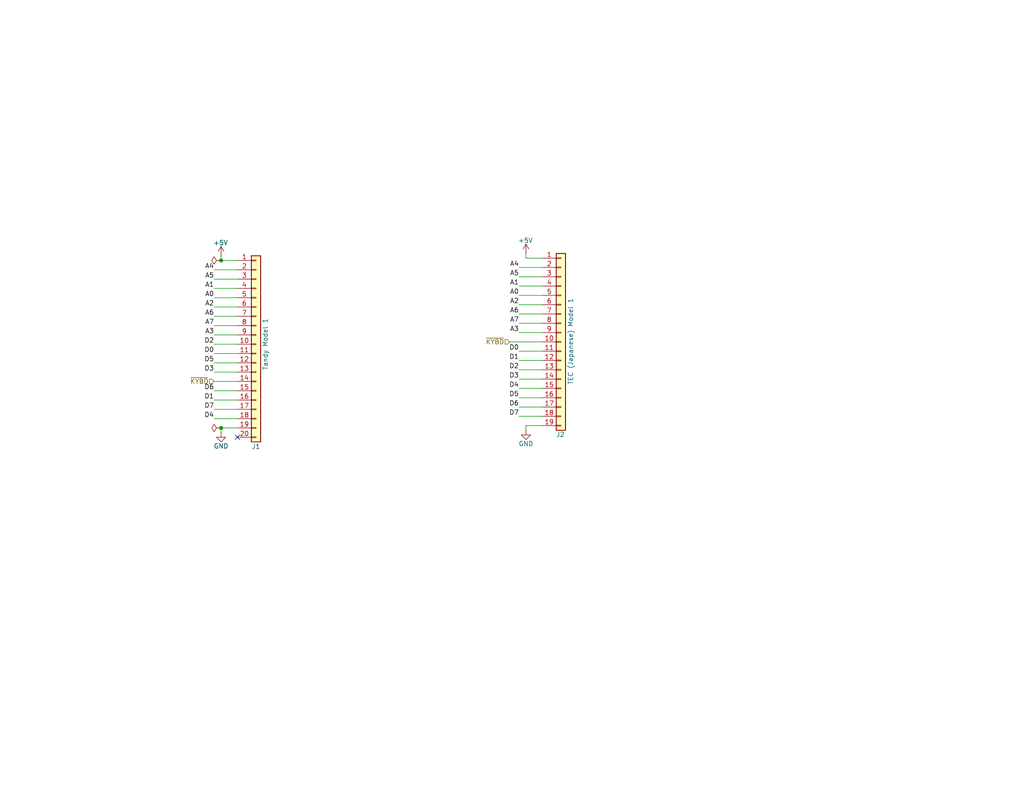
<source format=kicad_sch>
(kicad_sch (version 20250114) (generator "eeschema") (generator_version "9.0")
  (paper "USLetter")
  (title_block (title "TRS-80 Model I Keyboard Adapter") (date "2025-06-28") (rev "Rev 1.0") (company "RetroStack - Marcel Erz") (comment 2 "Mapping both keyboards") (comment 4 "Keyboard Adapter"))
  (lib_symbols
    (symbol "+5V_1" (power) (pin_numbers (hide yes)) (pin_names (offset 0) (hide yes))
      (property "Value" "+5V" (at 0 3.556 0))
      (symbol "+5V_1_0_1"
        (polyline (pts (xy -0.762 1.27) (xy 0 2.54)))
        (polyline (pts (xy 0 2.54) (xy 0.762 1.27)))
        (polyline (pts (xy 0 0) (xy 0 2.54)))
      )
      (symbol "+5V_1_1_1"
        (pin power_in line (at 0 0 90) (length 0) (name "~") (number "1"))
      )
    )
    (symbol "Connector_Generic:Conn_01x19" (pin_names (offset 1.016) (hide yes))
      (property "Reference" "J" (at 0 25.4 0))
      (property "Value" "Conn_01x19" (at 0 -25.4 0))
      (symbol "Conn_01x19_1_1"
        (rectangle (start -1.27 24.13) (end 1.27 -24.13) (stroke (width 0.254)) (fill (type background)))
        (rectangle (start -1.27 22.987) (end 0 22.733) (stroke (width 0.1524)))
        (rectangle (start -1.27 20.447) (end 0 20.193) (stroke (width 0.1524)))
        (rectangle (start -1.27 17.907) (end 0 17.653) (stroke (width 0.1524)))
        (rectangle (start -1.27 15.367) (end 0 15.113) (stroke (width 0.1524)))
        (rectangle (start -1.27 12.827) (end 0 12.573) (stroke (width 0.1524)))
        (rectangle (start -1.27 10.287) (end 0 10.033) (stroke (width 0.1524)))
        (rectangle (start -1.27 7.747) (end 0 7.493) (stroke (width 0.1524)))
        (rectangle (start -1.27 5.207) (end 0 4.953) (stroke (width 0.1524)))
        (rectangle (start -1.27 2.667) (end 0 2.413) (stroke (width 0.1524)))
        (rectangle (start -1.27 0.127) (end 0 -0.127) (stroke (width 0.1524)))
        (rectangle (start -1.27 -2.413) (end 0 -2.667) (stroke (width 0.1524)))
        (rectangle (start -1.27 -4.953) (end 0 -5.207) (stroke (width 0.1524)))
        (rectangle (start -1.27 -7.493) (end 0 -7.747) (stroke (width 0.1524)))
        (rectangle (start -1.27 -10.033) (end 0 -10.287) (stroke (width 0.1524)))
        (rectangle (start -1.27 -12.573) (end 0 -12.827) (stroke (width 0.1524)))
        (rectangle (start -1.27 -15.113) (end 0 -15.367) (stroke (width 0.1524)))
        (rectangle (start -1.27 -17.653) (end 0 -17.907) (stroke (width 0.1524)))
        (rectangle (start -1.27 -20.193) (end 0 -20.447) (stroke (width 0.1524)))
        (rectangle (start -1.27 -22.733) (end 0 -22.987) (stroke (width 0.1524)))
        (pin passive line (at -5.08 22.86 0) (length 3.81) (name "Pin_1") (number "1"))
        (pin passive line (at -5.08 20.32 0) (length 3.81) (name "Pin_2") (number "2"))
        (pin passive line (at -5.08 17.78 0) (length 3.81) (name "Pin_3") (number "3"))
        (pin passive line (at -5.08 15.24 0) (length 3.81) (name "Pin_4") (number "4"))
        (pin passive line (at -5.08 12.7 0) (length 3.81) (name "Pin_5") (number "5"))
        (pin passive line (at -5.08 10.16 0) (length 3.81) (name "Pin_6") (number "6"))
        (pin passive line (at -5.08 7.62 0) (length 3.81) (name "Pin_7") (number "7"))
        (pin passive line (at -5.08 5.08 0) (length 3.81) (name "Pin_8") (number "8"))
        (pin passive line (at -5.08 2.54 0) (length 3.81) (name "Pin_9") (number "9"))
        (pin passive line (at -5.08 0 0) (length 3.81) (name "Pin_10") (number "10"))
        (pin passive line (at -5.08 -2.54 0) (length 3.81) (name "Pin_11") (number "11"))
        (pin passive line (at -5.08 -5.08 0) (length 3.81) (name "Pin_12") (number "12"))
        (pin passive line (at -5.08 -7.62 0) (length 3.81) (name "Pin_13") (number "13"))
        (pin passive line (at -5.08 -10.16 0) (length 3.81) (name "Pin_14") (number "14"))
        (pin passive line (at -5.08 -12.7 0) (length 3.81) (name "Pin_15") (number "15"))
        (pin passive line (at -5.08 -15.24 0) (length 3.81) (name "Pin_16") (number "16"))
        (pin passive line (at -5.08 -17.78 0) (length 3.81) (name "Pin_17") (number "17"))
        (pin passive line (at -5.08 -20.32 0) (length 3.81) (name "Pin_18") (number "18"))
        (pin passive line (at -5.08 -22.86 0) (length 3.81) (name "Pin_19") (number "19"))
      )
    )
    (symbol "Connector_Generic:Conn_01x20" (pin_names (offset 1.016) (hide yes))
      (property "Reference" "J" (at 0 25.4 0))
      (property "Value" "Conn_01x20" (at 0 -27.94 0))
      (symbol "Conn_01x20_1_1"
        (rectangle (start -1.27 24.13) (end 1.27 -26.67) (stroke (width 0.254)) (fill (type background)))
        (rectangle (start -1.27 22.987) (end 0 22.733) (stroke (width 0.1524)))
        (rectangle (start -1.27 20.447) (end 0 20.193) (stroke (width 0.1524)))
        (rectangle (start -1.27 17.907) (end 0 17.653) (stroke (width 0.1524)))
        (rectangle (start -1.27 15.367) (end 0 15.113) (stroke (width 0.1524)))
        (rectangle (start -1.27 12.827) (end 0 12.573) (stroke (width 0.1524)))
        (rectangle (start -1.27 10.287) (end 0 10.033) (stroke (width 0.1524)))
        (rectangle (start -1.27 7.747) (end 0 7.493) (stroke (width 0.1524)))
        (rectangle (start -1.27 5.207) (end 0 4.953) (stroke (width 0.1524)))
        (rectangle (start -1.27 2.667) (end 0 2.413) (stroke (width 0.1524)))
        (rectangle (start -1.27 0.127) (end 0 -0.127) (stroke (width 0.1524)))
        (rectangle (start -1.27 -2.413) (end 0 -2.667) (stroke (width 0.1524)))
        (rectangle (start -1.27 -4.953) (end 0 -5.207) (stroke (width 0.1524)))
        (rectangle (start -1.27 -7.493) (end 0 -7.747) (stroke (width 0.1524)))
        (rectangle (start -1.27 -10.033) (end 0 -10.287) (stroke (width 0.1524)))
        (rectangle (start -1.27 -12.573) (end 0 -12.827) (stroke (width 0.1524)))
        (rectangle (start -1.27 -15.113) (end 0 -15.367) (stroke (width 0.1524)))
        (rectangle (start -1.27 -17.653) (end 0 -17.907) (stroke (width 0.1524)))
        (rectangle (start -1.27 -20.193) (end 0 -20.447) (stroke (width 0.1524)))
        (rectangle (start -1.27 -22.733) (end 0 -22.987) (stroke (width 0.1524)))
        (rectangle (start -1.27 -25.273) (end 0 -25.527) (stroke (width 0.1524)))
        (pin passive line (at -5.08 22.86 0) (length 3.81) (name "Pin_1") (number "1"))
        (pin passive line (at -5.08 20.32 0) (length 3.81) (name "Pin_2") (number "2"))
        (pin passive line (at -5.08 17.78 0) (length 3.81) (name "Pin_3") (number "3"))
        (pin passive line (at -5.08 15.24 0) (length 3.81) (name "Pin_4") (number "4"))
        (pin passive line (at -5.08 12.7 0) (length 3.81) (name "Pin_5") (number "5"))
        (pin passive line (at -5.08 10.16 0) (length 3.81) (name "Pin_6") (number "6"))
        (pin passive line (at -5.08 7.62 0) (length 3.81) (name "Pin_7") (number "7"))
        (pin passive line (at -5.08 5.08 0) (length 3.81) (name "Pin_8") (number "8"))
        (pin passive line (at -5.08 2.54 0) (length 3.81) (name "Pin_9") (number "9"))
        (pin passive line (at -5.08 0 0) (length 3.81) (name "Pin_10") (number "10"))
        (pin passive line (at -5.08 -2.54 0) (length 3.81) (name "Pin_11") (number "11"))
        (pin passive line (at -5.08 -5.08 0) (length 3.81) (name "Pin_12") (number "12"))
        (pin passive line (at -5.08 -7.62 0) (length 3.81) (name "Pin_13") (number "13"))
        (pin passive line (at -5.08 -10.16 0) (length 3.81) (name "Pin_14") (number "14"))
        (pin passive line (at -5.08 -12.7 0) (length 3.81) (name "Pin_15") (number "15"))
        (pin passive line (at -5.08 -15.24 0) (length 3.81) (name "Pin_16") (number "16"))
        (pin passive line (at -5.08 -17.78 0) (length 3.81) (name "Pin_17") (number "17"))
        (pin passive line (at -5.08 -20.32 0) (length 3.81) (name "Pin_18") (number "18"))
        (pin passive line (at -5.08 -22.86 0) (length 3.81) (name "Pin_19") (number "19"))
        (pin passive line (at -5.08 -25.4 0) (length 3.81) (name "Pin_20") (number "20"))
      )
    )
    (symbol "GND_1" (power) (pin_numbers (hide yes)) (pin_names (offset 0) (hide yes))
      (property "Value" "GND" (at 0 -3.81 0))
      (symbol "GND_1_0_1"
        (polyline (pts (xy 0 0) (xy 0 -1.27) (xy 1.27 -1.27) (xy 0 -2.54) (xy -1.27 -1.27) (xy 0 -1.27)))
      )
      (symbol "GND_1_1_1"
        (pin power_in line (at 0 0 270) (length 0) (name "~") (number "1"))
      )
    )
    (symbol "power:PWR_FLAG" (power) (pin_numbers (hide yes)) (pin_names (offset 0) (hide yes))
      (property "Value" "PWR_FLAG" (at 0 3.81 0))
      (symbol "PWR_FLAG_0_0"
        (pin power_out line (at 0 0 90) (length 0) (name "~") (number "1"))
      )
      (symbol "PWR_FLAG_0_1"
        (polyline (pts (xy 0 0) (xy 0 1.27) (xy -1.016 1.905) (xy 0 2.54) (xy 1.016 1.905) (xy 0 1.27)))
      )
    )
  )
  (junction (at 60.325 71.12))
  (junction (at 60.325 116.84))
  (no_connect (at 64.77 119.38))
  (wire (pts (xy 58.42 96.52) (xy 64.77 96.52)))
  (wire (pts (xy 147.955 116.205) (xy 143.51 116.205)))
  (wire (pts (xy 58.42 114.3) (xy 64.77 114.3)))
  (wire (pts (xy 141.605 95.885) (xy 147.955 95.885)))
  (wire (pts (xy 58.42 78.74) (xy 64.77 78.74)))
  (wire (pts (xy 58.42 111.76) (xy 64.77 111.76)))
  (wire (pts (xy 141.605 83.185) (xy 147.955 83.185)))
  (wire (pts (xy 141.605 75.565) (xy 147.955 75.565)))
  (wire (pts (xy 64.77 116.84) (xy 60.325 116.84)))
  (wire (pts (xy 141.605 90.805) (xy 147.955 90.805)))
  (wire (pts (xy 141.605 113.665) (xy 147.955 113.665)))
  (wire (pts (xy 141.605 103.505) (xy 147.955 103.505)))
  (wire (pts (xy 139.065 93.345) (xy 147.955 93.345)))
  (wire (pts (xy 141.605 85.725) (xy 147.955 85.725)))
  (wire (pts (xy 60.325 71.12) (xy 64.77 71.12)))
  (wire (pts (xy 141.605 106.045) (xy 147.955 106.045)))
  (wire (pts (xy 143.51 116.205) (xy 143.51 117.475)))
  (wire (pts (xy 141.605 111.125) (xy 147.955 111.125)))
  (wire (pts (xy 60.325 69.85) (xy 60.325 71.12)))
  (wire (pts (xy 58.42 81.28) (xy 64.77 81.28)))
  (wire (pts (xy 58.42 86.36) (xy 64.77 86.36)))
  (wire (pts (xy 141.605 100.965) (xy 147.955 100.965)))
  (wire (pts (xy 141.605 80.645) (xy 147.955 80.645)))
  (wire (pts (xy 58.42 76.2) (xy 64.77 76.2)))
  (wire (pts (xy 147.955 70.485) (xy 143.51 70.485)))
  (wire (pts (xy 141.605 98.425) (xy 147.955 98.425)))
  (wire (pts (xy 141.605 88.265) (xy 147.955 88.265)))
  (wire (pts (xy 60.325 116.84) (xy 60.325 118.11)))
  (wire (pts (xy 58.42 88.9) (xy 64.77 88.9)))
  (wire (pts (xy 58.42 99.06) (xy 64.77 99.06)))
  (wire (pts (xy 58.42 91.44) (xy 64.77 91.44)))
  (wire (pts (xy 141.605 108.585) (xy 147.955 108.585)))
  (wire (pts (xy 58.42 73.66) (xy 64.77 73.66)))
  (wire (pts (xy 58.42 104.14) (xy 64.77 104.14)))
  (wire (pts (xy 58.42 101.6) (xy 64.77 101.6)))
  (wire (pts (xy 141.605 78.105) (xy 147.955 78.105)))
  (wire (pts (xy 58.42 106.68) (xy 64.77 106.68)))
  (wire (pts (xy 141.605 73.025) (xy 147.955 73.025)))
  (wire (pts (xy 58.42 109.22) (xy 64.77 109.22)))
  (wire (pts (xy 58.42 83.82) (xy 64.77 83.82)))
  (wire (pts (xy 58.42 93.98) (xy 64.77 93.98)))
  (wire (pts (xy 143.51 70.485) (xy 143.51 69.215)))
  (label "A1" (at 58.42 78.74 180))
  (label "A5" (at 141.605 75.565 180))
  (label "D0" (at 141.605 95.885 180))
  (label "A1" (at 141.605 78.105 180))
  (label "D2" (at 58.42 93.98 180))
  (label "A0" (at 141.605 80.645 180))
  (label "A4" (at 58.42 73.66 180))
  (label "A2" (at 58.42 83.82 180))
  (label "D2" (at 141.605 100.965 180))
  (label "D0" (at 58.42 96.52 180))
  (label "D4" (at 58.42 114.3 180))
  (label "A6" (at 58.42 86.36 180))
  (label "D4" (at 141.605 106.045 180))
  (label "D5" (at 58.42 99.06 180))
  (label "D3" (at 141.605 103.505 180))
  (label "D6" (at 58.42 106.68 180))
  (label "A0" (at 58.42 81.28 180))
  (label "A4" (at 141.605 73.025 180))
  (label "D1" (at 141.605 98.425 180))
  (label "A6" (at 141.605 85.725 180))
  (label "A2" (at 141.605 83.185 180))
  (label "D7" (at 58.42 111.76 180))
  (label "A7" (at 58.42 88.9 180))
  (label "D5" (at 141.605 108.585 180))
  (label "D6" (at 141.605 111.125 180))
  (label "D3" (at 58.42 101.6 180))
  (label "A3" (at 58.42 91.44 180))
  (label "A7" (at 141.605 88.265 180))
  (label "D7" (at 141.605 113.665 180))
  (label "A5" (at 58.42 76.2 180))
  (label "A3" (at 141.605 90.805 180))
  (label "D1" (at 58.42 109.22 180))
  (hierarchical_label "~{KYBD}" (shape input) (at 139.065 93.345 180))
  (hierarchical_label "~{KYBD}" (shape input) (at 58.42 104.14 180))
  (symbol (lib_name "+5V_1") (lib_id "power:+5V") (at 143.51 69.215 0) (unit 1)
    (property "Reference" "#PWR02" (effects (hide yes)))
    (property "Value" "+5V" (at 143.383 65.659 0))
    (property "Description" "Power symbol creates a global label with name \"+5V\"" (effects (hide yes)))
  )
  (symbol (lib_name "GND_1") (lib_id "power:GND") (at 143.51 117.475 0) (unit 1)
    (property "Reference" "#PWR03" (effects (hide yes)))
    (property "Value" "GND" (at 143.51 121.158 0))
    (property "Description" "Power symbol creates a global label with name \"GND\" , ground" (effects (hide yes)))
  )
  (symbol (lib_name "+5V_1") (lib_id "power:+5V") (at 60.325 69.85 0) (unit 1)
    (property "Reference" "#PWR01" (effects (hide yes)))
    (property "Value" "+5V" (at 60.198 66.294 0))
    (property "Description" "Power symbol creates a global label with name \"+5V\"" (effects (hide yes)))
  )
  (symbol (lib_id "power:PWR_FLAG") (at 60.325 71.12 90) (unit 1)
    (property "Reference" "#FLG02" (effects (hide yes)))
    (property "Value" "PWR_FLAG" (effects (hide yes)))
    (property "Description" "Special symbol for telling ERC where power comes from" (effects (hide yes)))
  )
  (symbol (lib_name "GND_1") (lib_id "power:GND") (at 60.325 118.11 0) (unit 1)
    (property "Reference" "#PWR04" (effects (hide yes)))
    (property "Value" "GND" (at 60.325 121.793 0))
    (property "Description" "Power symbol creates a global label with name \"GND\" , ground" (effects (hide yes)))
  )
  (symbol (lib_id "power:PWR_FLAG") (at 60.325 116.84 90) (unit 1)
    (property "Reference" "#FLG01" (effects (hide yes)))
    (property "Value" "PWR_FLAG" (effects (hide yes)))
    (property "Description" "Special symbol for telling ERC where power comes from" (effects (hide yes)))
  )
  (symbol (lib_id "Connector_Generic:Conn_01x19") (at 153.035 93.345 0) (unit 1)
    (property "Reference" "J2" (at 152.908 118.618 0))
    (property "Value" "TEC (Japanese) Model 1" (at 155.702 93.218 90))
    (property "Footprint" "Connector_PinHeader_2.54mm:PinHeader_1x19_P2.54mm_Vertical" (effects (hide yes)))
    (property "Description" "Generic connector, single row, 01x19, script generated (kicad-library-utils/schlib/autogen/connector/)" (effects (hide yes)))
  )
  (symbol (lib_id "Connector_Generic:Conn_01x20") (at 69.85 93.98 0) (unit 1)
    (property "Reference" "J1" (at 69.85 121.92 0))
    (property "Value" "Tandy Model 1" (at 72.39 93.98 90))
    (property "Footprint" "Connector_PinHeader_2.54mm:PinHeader_1x20_P2.54mm_Vertical" (effects (hide yes)))
  )
)
</source>
